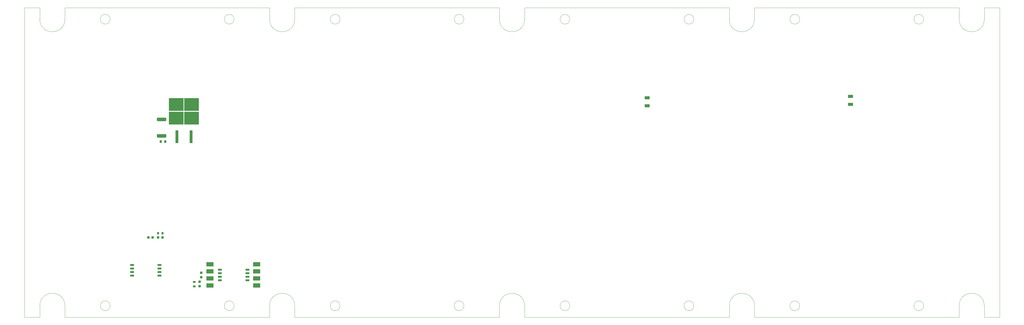
<source format=gtp>
G04 #@! TF.GenerationSoftware,KiCad,Pcbnew,(5.99.0-12439-g94954386e6)*
G04 #@! TF.CreationDate,2021-10-25T23:58:22+03:00*
G04 #@! TF.ProjectId,proteusM73tu,70726f74-6575-4734-9d37-3374752e6b69,a*
G04 #@! TF.SameCoordinates,PX2160ec0PYcfb5d40*
G04 #@! TF.FileFunction,Paste,Top*
G04 #@! TF.FilePolarity,Positive*
%FSLAX46Y46*%
G04 Gerber Fmt 4.6, Leading zero omitted, Abs format (unit mm)*
G04 Created by KiCad (PCBNEW (5.99.0-12439-g94954386e6)) date 2021-10-25 23:58:22*
%MOMM*%
%LPD*%
G01*
G04 APERTURE LIST*
G04 #@! TA.AperFunction,Profile*
%ADD10C,0.050000*%
G04 #@! TD*
%ADD11R,5.250000X4.550000*%
%ADD12R,1.100000X4.600000*%
%ADD13O,0.000001X0.000001*%
%ADD14R,2.540000X1.520000*%
%ADD15R,1.350000X0.690000*%
G04 APERTURE END LIST*
D10*
X170500000Y4100000D02*
X170500000Y0D01*
X5500000Y107200000D02*
X5500000Y111300000D01*
X344500000Y0D02*
X350000000Y0D01*
X88000000Y4100000D02*
X88000000Y0D01*
X278250000Y4100000D02*
G75*
G03*
X278250000Y4100000I-1750000J0D01*
G01*
X5500000Y0D02*
X0Y0D01*
X88000000Y107200000D02*
X88000000Y111300000D01*
X195750000Y4100000D02*
G75*
G03*
X195750000Y4100000I-1750000J0D01*
G01*
X170500000Y111300000D02*
X97000000Y111300000D01*
X335500000Y111300000D02*
X262000000Y111300000D01*
X262000000Y4100000D02*
X262000000Y0D01*
X97000000Y0D02*
X170500000Y0D01*
X335500000Y4100000D02*
G75*
G02*
X344500000Y4100000I4500000J0D01*
G01*
X253000001Y111300000D02*
X179500000Y111300000D01*
X157750000Y107200000D02*
G75*
G03*
X157750000Y107200000I-1750000J0D01*
G01*
X344500000Y111300000D02*
X349999999Y111300000D01*
X30750000Y4100000D02*
G75*
G03*
X30750000Y4100000I-1750000J0D01*
G01*
X179500000Y107200000D02*
X179500000Y111300000D01*
X97000000Y107200000D02*
X97000000Y111300000D01*
X350000000Y0D02*
X350000000Y111300000D01*
X344500000Y107200000D02*
X344500000Y111300000D01*
X5500000Y111300000D02*
X0Y111300000D01*
X335500000Y4100000D02*
X335500000Y0D01*
X253000000Y4100000D02*
G75*
G02*
X262000000Y4100000I4500000J0D01*
G01*
X75250000Y107200000D02*
G75*
G03*
X75250000Y107200000I-1750000J0D01*
G01*
X14500000Y0D02*
X88000000Y0D01*
X5500000Y4100000D02*
X5500000Y0D01*
X113250000Y4100000D02*
G75*
G03*
X113250000Y4100000I-1750000J0D01*
G01*
X253000000Y107200000D02*
G75*
G03*
X262000000Y107200000I4500000J0D01*
G01*
X170500000Y107200000D02*
G75*
G03*
X179500000Y107200000I4500000J0D01*
G01*
X14500000Y4100000D02*
G75*
G03*
X5500000Y4100000I-4500000J0D01*
G01*
X240250000Y107200000D02*
G75*
G03*
X240250000Y107200000I-1750000J0D01*
G01*
X262000000Y0D02*
X335500000Y0D01*
X335500000Y107200000D02*
X335500000Y111300000D01*
X170500000Y107200000D02*
X170500000Y111300000D01*
X97000000Y4100000D02*
X97000000Y0D01*
X88000000Y111300000D02*
X14500000Y111300000D01*
X262000000Y107200000D02*
X262000000Y111300000D01*
X0Y111300000D02*
X0Y0D01*
X322750000Y4100000D02*
G75*
G03*
X322750000Y4100000I-1750000J0D01*
G01*
X344500000Y4100000D02*
X344500000Y0D01*
X179500000Y4100000D02*
X179500000Y0D01*
X97000000Y107200000D02*
G75*
G02*
X88000000Y107200000I-4500000J0D01*
G01*
X30750000Y107200000D02*
G75*
G03*
X30750000Y107200000I-1750000J0D01*
G01*
X113250000Y107200000D02*
G75*
G03*
X113250000Y107200000I-1750000J0D01*
G01*
X253000000Y4100000D02*
X253000000Y0D01*
X322750000Y107200000D02*
G75*
G03*
X322750000Y107200000I-1750000J0D01*
G01*
X335500000Y107200000D02*
G75*
G03*
X344500000Y107200000I4500000J0D01*
G01*
X14500000Y107200000D02*
G75*
G02*
X5500000Y107200000I-4500000J0D01*
G01*
X195750000Y107200000D02*
G75*
G03*
X195750000Y107200000I-1750000J0D01*
G01*
X179500000Y4100000D02*
G75*
G03*
X170500000Y4100000I-4500000J0D01*
G01*
X253000000Y107200000D02*
X253000001Y111300000D01*
X14500000Y107200000D02*
X14500000Y111300000D01*
X75250000Y4100000D02*
G75*
G03*
X75250000Y4100000I-1750000J0D01*
G01*
X278250000Y107200000D02*
G75*
G03*
X278250000Y107200000I-1750000J0D01*
G01*
X179500000Y0D02*
X253000000Y0D01*
X157750000Y4100000D02*
G75*
G03*
X157750000Y4100000I-1750000J0D01*
G01*
X97000000Y4100000D02*
G75*
G03*
X88000000Y4100000I-4500000J0D01*
G01*
X14500000Y4100000D02*
X14500000Y0D01*
X240250000Y4100000D02*
G75*
G03*
X240250000Y4100000I-1750000J0D01*
G01*
D11*
G04 #@! TO.C,Q2*
X54450000Y76500000D03*
X54450000Y71650000D03*
X60000000Y76500000D03*
X60000000Y71650000D03*
D12*
X54685000Y64925000D03*
X59765000Y64925000D03*
G04 #@! TD*
G04 #@! TO.C,R5*
G36*
G01*
X61330000Y10733750D02*
X60550000Y10733750D01*
G75*
G02*
X60480000Y10803750I0J70000D01*
G01*
X60480000Y11363750D01*
G75*
G02*
X60550000Y11433750I70000J0D01*
G01*
X61330000Y11433750D01*
G75*
G02*
X61400000Y11363750I0J-70000D01*
G01*
X61400000Y10803750D01*
G75*
G02*
X61330000Y10733750I-70000J0D01*
G01*
G37*
G36*
G01*
X61330000Y12333750D02*
X60550000Y12333750D01*
G75*
G02*
X60480000Y12403750I0J70000D01*
G01*
X60480000Y12963750D01*
G75*
G02*
X60550000Y13033750I70000J0D01*
G01*
X61330000Y13033750D01*
G75*
G02*
X61400000Y12963750I0J-70000D01*
G01*
X61400000Y12403750D01*
G75*
G02*
X61330000Y12333750I-70000J0D01*
G01*
G37*
G04 #@! TD*
G04 #@! TO.C,C2*
G36*
G01*
X62540000Y13188751D02*
X63220000Y13188751D01*
G75*
G02*
X63305000Y13103751I0J-85000D01*
G01*
X63305000Y12423751D01*
G75*
G02*
X63220000Y12338751I-85000J0D01*
G01*
X62540000Y12338751D01*
G75*
G02*
X62455000Y12423751I0J85000D01*
G01*
X62455000Y13103751D01*
G75*
G02*
X62540000Y13188751I85000J0D01*
G01*
G37*
G36*
G01*
X62540000Y11608749D02*
X63220000Y11608749D01*
G75*
G02*
X63305000Y11523749I0J-85000D01*
G01*
X63305000Y10843749D01*
G75*
G02*
X63220000Y10758749I-85000J0D01*
G01*
X62540000Y10758749D01*
G75*
G02*
X62455000Y10843749I0J85000D01*
G01*
X62455000Y11523749D01*
G75*
G02*
X62540000Y11608749I85000J0D01*
G01*
G37*
G04 #@! TD*
D13*
G04 #@! TO.C,M2*
X280356666Y56937499D03*
G04 #@! TD*
G04 #@! TO.C,C3*
G36*
G01*
X46450500Y29049986D02*
X46450500Y28369986D01*
G75*
G02*
X46365500Y28284986I-85000J0D01*
G01*
X45685500Y28284986D01*
G75*
G02*
X45600500Y28369986I0J85000D01*
G01*
X45600500Y29049986D01*
G75*
G02*
X45685500Y29134986I85000J0D01*
G01*
X46365500Y29134986D01*
G75*
G02*
X46450500Y29049986I0J-85000D01*
G01*
G37*
G36*
G01*
X44870498Y29049986D02*
X44870498Y28369986D01*
G75*
G02*
X44785498Y28284986I-85000J0D01*
G01*
X44105498Y28284986D01*
G75*
G02*
X44020498Y28369986I0J85000D01*
G01*
X44020498Y29049986D01*
G75*
G02*
X44105498Y29134986I85000J0D01*
G01*
X44785498Y29134986D01*
G75*
G02*
X44870498Y29049986I0J-85000D01*
G01*
G37*
G04 #@! TD*
G04 #@! TO.C,R3*
G36*
G01*
X50875000Y63589999D02*
X50875000Y62809999D01*
G75*
G02*
X50805000Y62739999I-70000J0D01*
G01*
X50245000Y62739999D01*
G75*
G02*
X50175000Y62809999I0J70000D01*
G01*
X50175000Y63589999D01*
G75*
G02*
X50245000Y63659999I70000J0D01*
G01*
X50805000Y63659999D01*
G75*
G02*
X50875000Y63589999I0J-70000D01*
G01*
G37*
G36*
G01*
X49275000Y63589999D02*
X49275000Y62809999D01*
G75*
G02*
X49205000Y62739999I-70000J0D01*
G01*
X48645000Y62739999D01*
G75*
G02*
X48575000Y62809999I0J70000D01*
G01*
X48575000Y63589999D01*
G75*
G02*
X48645000Y63659999I70000J0D01*
G01*
X49205000Y63659999D01*
G75*
G02*
X49275000Y63589999I0J-70000D01*
G01*
G37*
G04 #@! TD*
G04 #@! TO.C,C4*
G36*
G01*
X47520498Y28369986D02*
X47520498Y29049986D01*
G75*
G02*
X47605498Y29134986I85000J0D01*
G01*
X48285498Y29134986D01*
G75*
G02*
X48370498Y29049986I0J-85000D01*
G01*
X48370498Y28369986D01*
G75*
G02*
X48285498Y28284986I-85000J0D01*
G01*
X47605498Y28284986D01*
G75*
G02*
X47520498Y28369986I0J85000D01*
G01*
G37*
G36*
G01*
X49100500Y28369986D02*
X49100500Y29049986D01*
G75*
G02*
X49185500Y29134986I85000J0D01*
G01*
X49865500Y29134986D01*
G75*
G02*
X49950500Y29049986I0J-85000D01*
G01*
X49950500Y28369986D01*
G75*
G02*
X49865500Y28284986I-85000J0D01*
G01*
X49185500Y28284986D01*
G75*
G02*
X49100500Y28369986I0J85000D01*
G01*
G37*
G04 #@! TD*
D14*
G04 #@! TO.C,U1*
X66618000Y19008750D03*
D15*
X70174000Y17108750D03*
D14*
X66618000Y16468750D03*
D15*
X70174000Y15838750D03*
X70174000Y14568750D03*
D14*
X66618000Y13928750D03*
X66618000Y11388750D03*
D15*
X70174000Y13298750D03*
X80016500Y13298750D03*
D14*
X83382000Y11388750D03*
X83382000Y13928750D03*
D15*
X80016500Y14568750D03*
X80016500Y15838750D03*
D14*
X83382000Y16468750D03*
D15*
X80016500Y17108750D03*
D14*
X83382000Y19008750D03*
G04 #@! TD*
G04 #@! TO.C,R4*
G36*
G01*
X50649999Y64624999D02*
X47799999Y64624999D01*
G75*
G02*
X47549999Y64874999I0J250000D01*
G01*
X47549999Y65599999D01*
G75*
G02*
X47799999Y65849999I250000J0D01*
G01*
X50649999Y65849999D01*
G75*
G02*
X50899999Y65599999I0J-250000D01*
G01*
X50899999Y64874999D01*
G75*
G02*
X50649999Y64624999I-250000J0D01*
G01*
G37*
G36*
G01*
X50649999Y70549999D02*
X47799999Y70549999D01*
G75*
G02*
X47549999Y70799999I0J250000D01*
G01*
X47549999Y71524999D01*
G75*
G02*
X47799999Y71774999I250000J0D01*
G01*
X50649999Y71774999D01*
G75*
G02*
X50899999Y71524999I0J-250000D01*
G01*
X50899999Y70799999D01*
G75*
G02*
X50649999Y70549999I-250000J0D01*
G01*
G37*
G04 #@! TD*
D13*
G04 #@! TO.C,M4*
X280356666Y28437499D03*
G04 #@! TD*
G04 #@! TO.C,F4*
G36*
G01*
X222600000Y78605010D02*
X222600000Y79295010D01*
G75*
G02*
X222830000Y79525010I230000J0D01*
G01*
X224170000Y79525010D01*
G75*
G02*
X224400000Y79295010I0J-230000D01*
G01*
X224400000Y78605010D01*
G75*
G02*
X224170000Y78375010I-230000J0D01*
G01*
X222830000Y78375010D01*
G75*
G02*
X222600000Y78605010I0J230000D01*
G01*
G37*
G36*
G01*
X222600000Y75704990D02*
X222600000Y76394990D01*
G75*
G02*
X222830000Y76624990I230000J0D01*
G01*
X224170000Y76624990D01*
G75*
G02*
X224400000Y76394990I0J-230000D01*
G01*
X224400000Y75704990D01*
G75*
G02*
X224170000Y75474990I-230000J0D01*
G01*
X222830000Y75474990D01*
G75*
G02*
X222600000Y75704990I0J230000D01*
G01*
G37*
G04 #@! TD*
G04 #@! TO.C,F1*
G36*
G01*
X295600000Y79105010D02*
X295600000Y79795010D01*
G75*
G02*
X295830000Y80025010I230000J0D01*
G01*
X297170000Y80025010D01*
G75*
G02*
X297400000Y79795010I0J-230000D01*
G01*
X297400000Y79105010D01*
G75*
G02*
X297170000Y78875010I-230000J0D01*
G01*
X295830000Y78875010D01*
G75*
G02*
X295600000Y79105010I0J230000D01*
G01*
G37*
G36*
G01*
X295600000Y76204990D02*
X295600000Y76894990D01*
G75*
G02*
X295830000Y77124990I230000J0D01*
G01*
X297170000Y77124990D01*
G75*
G02*
X297400000Y76894990I0J-230000D01*
G01*
X297400000Y76204990D01*
G75*
G02*
X297170000Y75974990I-230000J0D01*
G01*
X295830000Y75974990D01*
G75*
G02*
X295600000Y76204990I0J230000D01*
G01*
G37*
G04 #@! TD*
G04 #@! TO.C,R6*
G36*
G01*
X49885499Y30599986D02*
X49885499Y29819986D01*
G75*
G02*
X49815499Y29749986I-70000J0D01*
G01*
X49255499Y29749986D01*
G75*
G02*
X49185499Y29819986I0J70000D01*
G01*
X49185499Y30599986D01*
G75*
G02*
X49255499Y30669986I70000J0D01*
G01*
X49815499Y30669986D01*
G75*
G02*
X49885499Y30599986I0J-70000D01*
G01*
G37*
G36*
G01*
X48285499Y30599986D02*
X48285499Y29819986D01*
G75*
G02*
X48215499Y29749986I-70000J0D01*
G01*
X47655499Y29749986D01*
G75*
G02*
X47585499Y29819986I0J70000D01*
G01*
X47585499Y30599986D01*
G75*
G02*
X47655499Y30669986I70000J0D01*
G01*
X48215499Y30669986D01*
G75*
G02*
X48285499Y30599986I0J-70000D01*
G01*
G37*
G04 #@! TD*
G04 #@! TO.C,C1*
G36*
G01*
X63820000Y13958749D02*
X63140000Y13958749D01*
G75*
G02*
X63055000Y14043749I0J85000D01*
G01*
X63055000Y14723749D01*
G75*
G02*
X63140000Y14808749I85000J0D01*
G01*
X63820000Y14808749D01*
G75*
G02*
X63905000Y14723749I0J-85000D01*
G01*
X63905000Y14043749D01*
G75*
G02*
X63820000Y13958749I-85000J0D01*
G01*
G37*
G36*
G01*
X63820000Y15538751D02*
X63140000Y15538751D01*
G75*
G02*
X63055000Y15623751I0J85000D01*
G01*
X63055000Y16303751D01*
G75*
G02*
X63140000Y16388751I85000J0D01*
G01*
X63820000Y16388751D01*
G75*
G02*
X63905000Y16303751I0J-85000D01*
G01*
X63905000Y15623751D01*
G75*
G02*
X63820000Y15538751I-85000J0D01*
G01*
G37*
G04 #@! TD*
D15*
G04 #@! TO.C,U2*
X38600000Y16250500D03*
X38600000Y17520500D03*
X38600000Y14980500D03*
X48442500Y14980500D03*
X38600000Y18790500D03*
X48442500Y18790500D03*
X48442500Y17520500D03*
X48442500Y16250500D03*
G04 #@! TD*
M02*

</source>
